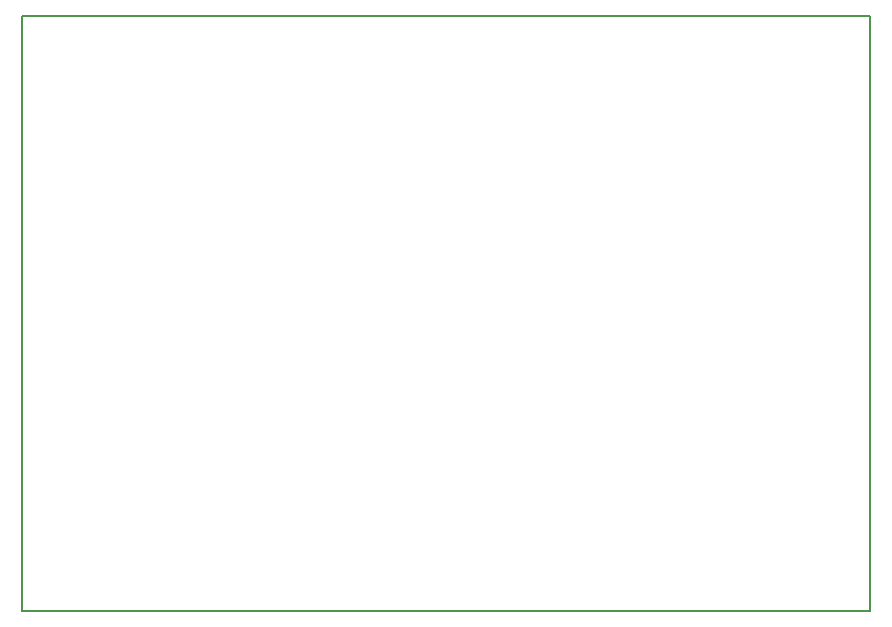
<source format=gm1>
G04 #@! TF.GenerationSoftware,KiCad,Pcbnew,(5.1.10)-1*
G04 #@! TF.CreationDate,2021-11-25T14:37:56-05:00*
G04 #@! TF.ProjectId,pid_smt_oven,7069645f-736d-4745-9f6f-76656e2e6b69,rev?*
G04 #@! TF.SameCoordinates,Original*
G04 #@! TF.FileFunction,Profile,NP*
%FSLAX46Y46*%
G04 Gerber Fmt 4.6, Leading zero omitted, Abs format (unit mm)*
G04 Created by KiCad (PCBNEW (5.1.10)-1) date 2021-11-25 14:37:56*
%MOMM*%
%LPD*%
G01*
G04 APERTURE LIST*
G04 #@! TA.AperFunction,Profile*
%ADD10C,0.150000*%
G04 #@! TD*
G04 APERTURE END LIST*
D10*
X72000000Y-4200000D02*
X72000000Y-54600000D01*
X200000Y-4200000D02*
X72000000Y-4200000D01*
X200000Y-54600000D02*
X200000Y-4200000D01*
X72000000Y-54600000D02*
X200000Y-54600000D01*
M02*

</source>
